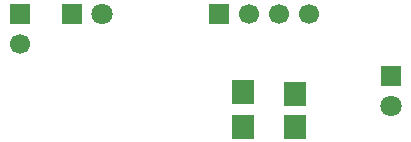
<source format=gbr>
G04 DipTrace 3.2.0.1*
G04 BottomMask.gbr*
%MOMM*%
G04 #@! TF.FileFunction,Soldermask,Bot*
G04 #@! TF.Part,Single*
%AMOUTLINE13*
4,1,8,
-0.9,-0.725,
0.9,-0.725,
0.9,-0.135,
-0.26,-0.135,
-0.26,0.265,
0.28,0.265,
0.28,0.725,
-0.9,0.725,
-0.9,-0.725,
0*%
%AMOUTLINE16*
4,1,8,
0.9,0.725,
-0.9,0.725,
-0.9,0.135,
0.26,0.135,
0.26,-0.265,
-0.28,-0.265,
-0.28,-0.725,
0.9,-0.725,
0.9,0.725,
0*%
%ADD37C,1.7*%
%ADD39R,1.7X1.7*%
%ADD41R,1.8X1.8*%
%ADD43C,1.8*%
%ADD66OUTLINE13*%
%ADD69OUTLINE16*%
%FSLAX35Y35*%
G04*
G71*
G90*
G75*
G01*
G04 BotMask*
%LPD*%
D43*
X875293Y1148487D3*
D41*
X621293D3*
D43*
X3319787Y370693D3*
D41*
Y624693D3*
D39*
X176867Y1148487D3*
D37*
Y894487D3*
D39*
X1859440Y1148487D3*
D37*
X2113440D3*
X2367440D3*
X2621440D3*
D66*
X2065793Y164340D3*
D69*
Y219340D3*
X2510247Y497680D3*
D66*
Y442680D3*
Y164340D3*
D69*
Y219340D3*
X2065793Y513553D3*
D66*
Y458553D3*
M02*

</source>
